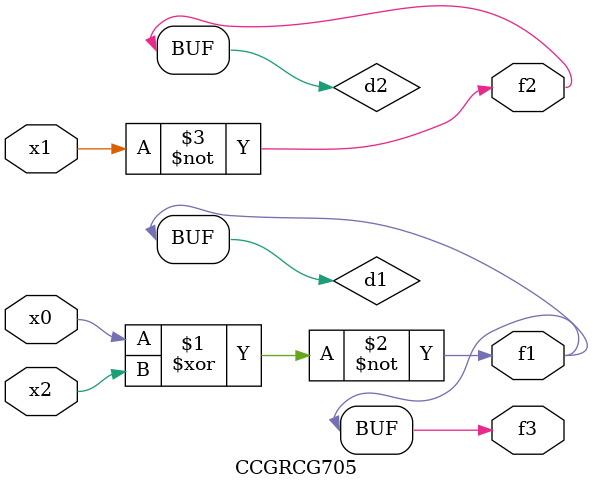
<source format=v>
module CCGRCG705(
	input x0, x1, x2,
	output f1, f2, f3
);

	wire d1, d2, d3;

	xnor (d1, x0, x2);
	nand (d2, x1);
	nor (d3, x1, x2);
	assign f1 = d1;
	assign f2 = d2;
	assign f3 = d1;
endmodule

</source>
